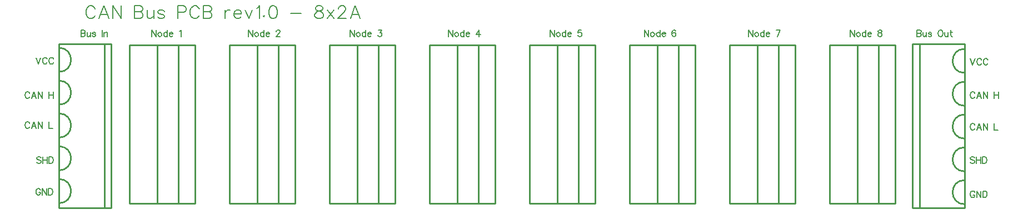
<source format=gto>
G04 Layer: TopSilkLayer*
G04 EasyEDA v6.4.25, 2021-12-12T20:56:00+02:00*
G04 4092842e100643a18230132d8ada3433,1f0f20c424864fadbde79754da5e519f,10*
G04 Gerber Generator version 0.2*
G04 Scale: 100 percent, Rotated: No, Reflected: No *
G04 Dimensions in millimeters *
G04 leading zeros omitted , absolute positions ,4 integer and 5 decimal *
%FSLAX45Y45*%
%MOMM*%

%ADD10C,0.2540*%
%ADD14C,0.2032*%

%LPD*%
D14*
X900429Y-222250D02*
G01*
X891286Y-203707D01*
X872744Y-185165D01*
X854455Y-176021D01*
X817371Y-176021D01*
X798829Y-185165D01*
X780542Y-203707D01*
X771144Y-222250D01*
X762000Y-249936D01*
X762000Y-295910D01*
X771144Y-323850D01*
X780542Y-342137D01*
X798829Y-360679D01*
X817371Y-369823D01*
X854455Y-369823D01*
X872744Y-360679D01*
X891286Y-342137D01*
X900429Y-323850D01*
X1035304Y-176021D02*
G01*
X961389Y-369823D01*
X1035304Y-176021D02*
G01*
X1109218Y-369823D01*
X989329Y-305307D02*
G01*
X1081531Y-305307D01*
X1170178Y-176021D02*
G01*
X1170178Y-369823D01*
X1170178Y-176021D02*
G01*
X1299463Y-369823D01*
X1299463Y-176021D02*
G01*
X1299463Y-369823D01*
X1502663Y-176021D02*
G01*
X1502663Y-369823D01*
X1502663Y-176021D02*
G01*
X1585976Y-176021D01*
X1613662Y-185165D01*
X1622805Y-194310D01*
X1631950Y-212852D01*
X1631950Y-231394D01*
X1622805Y-249936D01*
X1613662Y-259079D01*
X1585976Y-268223D01*
X1502663Y-268223D02*
G01*
X1585976Y-268223D01*
X1613662Y-277621D01*
X1622805Y-286765D01*
X1631950Y-305307D01*
X1631950Y-332994D01*
X1622805Y-351536D01*
X1613662Y-360679D01*
X1585976Y-369823D01*
X1502663Y-369823D01*
X1692910Y-240537D02*
G01*
X1692910Y-332994D01*
X1702307Y-360679D01*
X1720850Y-369823D01*
X1748536Y-369823D01*
X1766823Y-360679D01*
X1794510Y-332994D01*
X1794510Y-240537D02*
G01*
X1794510Y-369823D01*
X1957070Y-268223D02*
G01*
X1947925Y-249936D01*
X1920239Y-240537D01*
X1892554Y-240537D01*
X1864868Y-249936D01*
X1855470Y-268223D01*
X1864868Y-286765D01*
X1883410Y-295910D01*
X1929384Y-305307D01*
X1947925Y-314452D01*
X1957070Y-332994D01*
X1957070Y-342137D01*
X1947925Y-360679D01*
X1920239Y-369823D01*
X1892554Y-369823D01*
X1864868Y-360679D01*
X1855470Y-342137D01*
X2160270Y-176021D02*
G01*
X2160270Y-369823D01*
X2160270Y-176021D02*
G01*
X2243581Y-176021D01*
X2271268Y-185165D01*
X2280411Y-194310D01*
X2289809Y-212852D01*
X2289809Y-240537D01*
X2280411Y-259079D01*
X2271268Y-268223D01*
X2243581Y-277621D01*
X2160270Y-277621D01*
X2489200Y-222250D02*
G01*
X2480056Y-203707D01*
X2461513Y-185165D01*
X2442972Y-176021D01*
X2406141Y-176021D01*
X2387600Y-185165D01*
X2369058Y-203707D01*
X2359913Y-222250D01*
X2350770Y-249936D01*
X2350770Y-295910D01*
X2359913Y-323850D01*
X2369058Y-342137D01*
X2387600Y-360679D01*
X2406141Y-369823D01*
X2442972Y-369823D01*
X2461513Y-360679D01*
X2480056Y-342137D01*
X2489200Y-323850D01*
X2550159Y-176021D02*
G01*
X2550159Y-369823D01*
X2550159Y-176021D02*
G01*
X2633218Y-176021D01*
X2660904Y-185165D01*
X2670302Y-194310D01*
X2679445Y-212852D01*
X2679445Y-231394D01*
X2670302Y-249936D01*
X2660904Y-259079D01*
X2633218Y-268223D01*
X2550159Y-268223D02*
G01*
X2633218Y-268223D01*
X2660904Y-277621D01*
X2670302Y-286765D01*
X2679445Y-305307D01*
X2679445Y-332994D01*
X2670302Y-351536D01*
X2660904Y-360679D01*
X2633218Y-369823D01*
X2550159Y-369823D01*
X2882645Y-240537D02*
G01*
X2882645Y-369823D01*
X2882645Y-295910D02*
G01*
X2891790Y-268223D01*
X2910331Y-249936D01*
X2928874Y-240537D01*
X2956559Y-240537D01*
X3017520Y-295910D02*
G01*
X3128263Y-295910D01*
X3128263Y-277621D01*
X3119120Y-259079D01*
X3109975Y-249936D01*
X3091434Y-240537D01*
X3063747Y-240537D01*
X3045206Y-249936D01*
X3026663Y-268223D01*
X3017520Y-295910D01*
X3017520Y-314452D01*
X3026663Y-342137D01*
X3045206Y-360679D01*
X3063747Y-369823D01*
X3091434Y-369823D01*
X3109975Y-360679D01*
X3128263Y-342137D01*
X3189224Y-240537D02*
G01*
X3244850Y-369823D01*
X3300222Y-240537D02*
G01*
X3244850Y-369823D01*
X3361181Y-212852D02*
G01*
X3379470Y-203707D01*
X3407409Y-176021D01*
X3407409Y-369823D01*
X3477513Y-323850D02*
G01*
X3468370Y-332994D01*
X3477513Y-342137D01*
X3486658Y-332994D01*
X3477513Y-323850D01*
X3602990Y-176021D02*
G01*
X3575304Y-185165D01*
X3557015Y-212852D01*
X3547618Y-259079D01*
X3547618Y-286765D01*
X3557015Y-332994D01*
X3575304Y-360679D01*
X3602990Y-369823D01*
X3621531Y-369823D01*
X3649218Y-360679D01*
X3667759Y-332994D01*
X3676904Y-286765D01*
X3676904Y-259079D01*
X3667759Y-212852D01*
X3649218Y-185165D01*
X3621531Y-176021D01*
X3602990Y-176021D01*
X3880104Y-286765D02*
G01*
X4046474Y-286765D01*
X4295902Y-176021D02*
G01*
X4268215Y-185165D01*
X4258818Y-203707D01*
X4258818Y-222250D01*
X4268215Y-240537D01*
X4286504Y-249936D01*
X4323588Y-259079D01*
X4351274Y-268223D01*
X4369815Y-286765D01*
X4378959Y-305307D01*
X4378959Y-332994D01*
X4369815Y-351536D01*
X4360418Y-360679D01*
X4332731Y-369823D01*
X4295902Y-369823D01*
X4268215Y-360679D01*
X4258818Y-351536D01*
X4249674Y-332994D01*
X4249674Y-305307D01*
X4258818Y-286765D01*
X4277359Y-268223D01*
X4305045Y-259079D01*
X4342129Y-249936D01*
X4360418Y-240537D01*
X4369815Y-222250D01*
X4369815Y-203707D01*
X4360418Y-185165D01*
X4332731Y-176021D01*
X4295902Y-176021D01*
X4439920Y-240537D02*
G01*
X4541520Y-369823D01*
X4541520Y-240537D02*
G01*
X4439920Y-369823D01*
X4611624Y-222250D02*
G01*
X4611624Y-212852D01*
X4621022Y-194310D01*
X4630165Y-185165D01*
X4648708Y-176021D01*
X4685538Y-176021D01*
X4704079Y-185165D01*
X4713224Y-194310D01*
X4722622Y-212852D01*
X4722622Y-231394D01*
X4713224Y-249936D01*
X4694936Y-277621D01*
X4602479Y-369823D01*
X4731765Y-369823D01*
X4866640Y-176021D02*
G01*
X4792725Y-369823D01*
X4866640Y-176021D02*
G01*
X4940554Y-369823D01*
X4820411Y-305307D02*
G01*
X4912868Y-305307D01*
X10858500Y-546862D02*
G01*
X10858500Y-642365D01*
X10858500Y-546862D02*
G01*
X10922254Y-642365D01*
X10922254Y-546862D02*
G01*
X10922254Y-642365D01*
X10974831Y-578612D02*
G01*
X10965688Y-583184D01*
X10956797Y-592328D01*
X10952225Y-605789D01*
X10952225Y-614934D01*
X10956797Y-628650D01*
X10965688Y-637794D01*
X10974831Y-642365D01*
X10988547Y-642365D01*
X10997691Y-637794D01*
X11006581Y-628650D01*
X11011154Y-614934D01*
X11011154Y-605789D01*
X11006581Y-592328D01*
X10997691Y-583184D01*
X10988547Y-578612D01*
X10974831Y-578612D01*
X11095736Y-546862D02*
G01*
X11095736Y-642365D01*
X11095736Y-592328D02*
G01*
X11086591Y-583184D01*
X11077702Y-578612D01*
X11063986Y-578612D01*
X11054841Y-583184D01*
X11045697Y-592328D01*
X11041125Y-605789D01*
X11041125Y-614934D01*
X11045697Y-628650D01*
X11054841Y-637794D01*
X11063986Y-642365D01*
X11077702Y-642365D01*
X11086591Y-637794D01*
X11095736Y-628650D01*
X11125708Y-605789D02*
G01*
X11180318Y-605789D01*
X11180318Y-596900D01*
X11175745Y-587755D01*
X11171174Y-583184D01*
X11162029Y-578612D01*
X11148568Y-578612D01*
X11139424Y-583184D01*
X11130279Y-592328D01*
X11125708Y-605789D01*
X11125708Y-614934D01*
X11130279Y-628650D01*
X11139424Y-637794D01*
X11148568Y-642365D01*
X11162029Y-642365D01*
X11171174Y-637794D01*
X11180318Y-628650D01*
X11343893Y-546862D02*
G01*
X11298427Y-642365D01*
X11280393Y-546862D02*
G01*
X11343893Y-546862D01*
X9271000Y-546862D02*
G01*
X9271000Y-642365D01*
X9271000Y-546862D02*
G01*
X9334754Y-642365D01*
X9334754Y-546862D02*
G01*
X9334754Y-642365D01*
X9387331Y-578612D02*
G01*
X9378188Y-583184D01*
X9369297Y-592328D01*
X9364725Y-605789D01*
X9364725Y-614934D01*
X9369297Y-628650D01*
X9378188Y-637794D01*
X9387331Y-642365D01*
X9401047Y-642365D01*
X9410191Y-637794D01*
X9419081Y-628650D01*
X9423654Y-614934D01*
X9423654Y-605789D01*
X9419081Y-592328D01*
X9410191Y-583184D01*
X9401047Y-578612D01*
X9387331Y-578612D01*
X9508236Y-546862D02*
G01*
X9508236Y-642365D01*
X9508236Y-592328D02*
G01*
X9499091Y-583184D01*
X9490202Y-578612D01*
X9476486Y-578612D01*
X9467341Y-583184D01*
X9458197Y-592328D01*
X9453625Y-605789D01*
X9453625Y-614934D01*
X9458197Y-628650D01*
X9467341Y-637794D01*
X9476486Y-642365D01*
X9490202Y-642365D01*
X9499091Y-637794D01*
X9508236Y-628650D01*
X9538208Y-605789D02*
G01*
X9592818Y-605789D01*
X9592818Y-596900D01*
X9588245Y-587755D01*
X9583674Y-583184D01*
X9574529Y-578612D01*
X9561068Y-578612D01*
X9551924Y-583184D01*
X9542779Y-592328D01*
X9538208Y-605789D01*
X9538208Y-614934D01*
X9542779Y-628650D01*
X9551924Y-637794D01*
X9561068Y-642365D01*
X9574529Y-642365D01*
X9583674Y-637794D01*
X9592818Y-628650D01*
X9747250Y-560323D02*
G01*
X9742931Y-551434D01*
X9729215Y-546862D01*
X9720072Y-546862D01*
X9706356Y-551434D01*
X9697465Y-564895D01*
X9692893Y-587755D01*
X9692893Y-610362D01*
X9697465Y-628650D01*
X9706356Y-637794D01*
X9720072Y-642365D01*
X9724643Y-642365D01*
X9738359Y-637794D01*
X9747250Y-628650D01*
X9751822Y-614934D01*
X9751822Y-610362D01*
X9747250Y-596900D01*
X9738359Y-587755D01*
X9724643Y-583184D01*
X9720072Y-583184D01*
X9706356Y-587755D01*
X9697465Y-596900D01*
X9692893Y-610362D01*
X7835900Y-546862D02*
G01*
X7835900Y-642365D01*
X7835900Y-546862D02*
G01*
X7899654Y-642365D01*
X7899654Y-546862D02*
G01*
X7899654Y-642365D01*
X7952231Y-578612D02*
G01*
X7943088Y-583184D01*
X7934197Y-592328D01*
X7929625Y-605789D01*
X7929625Y-614934D01*
X7934197Y-628650D01*
X7943088Y-637794D01*
X7952231Y-642365D01*
X7965947Y-642365D01*
X7975091Y-637794D01*
X7983981Y-628650D01*
X7988554Y-614934D01*
X7988554Y-605789D01*
X7983981Y-592328D01*
X7975091Y-583184D01*
X7965947Y-578612D01*
X7952231Y-578612D01*
X8073136Y-546862D02*
G01*
X8073136Y-642365D01*
X8073136Y-592328D02*
G01*
X8063991Y-583184D01*
X8055102Y-578612D01*
X8041386Y-578612D01*
X8032241Y-583184D01*
X8023097Y-592328D01*
X8018525Y-605789D01*
X8018525Y-614934D01*
X8023097Y-628650D01*
X8032241Y-637794D01*
X8041386Y-642365D01*
X8055102Y-642365D01*
X8063991Y-637794D01*
X8073136Y-628650D01*
X8103108Y-605789D02*
G01*
X8157718Y-605789D01*
X8157718Y-596900D01*
X8153145Y-587755D01*
X8148574Y-583184D01*
X8139429Y-578612D01*
X8125968Y-578612D01*
X8116824Y-583184D01*
X8107679Y-592328D01*
X8103108Y-605789D01*
X8103108Y-614934D01*
X8107679Y-628650D01*
X8116824Y-637794D01*
X8125968Y-642365D01*
X8139429Y-642365D01*
X8148574Y-637794D01*
X8157718Y-628650D01*
X8312150Y-546862D02*
G01*
X8266684Y-546862D01*
X8262365Y-587755D01*
X8266684Y-583184D01*
X8280400Y-578612D01*
X8294115Y-578612D01*
X8307831Y-583184D01*
X8316722Y-592328D01*
X8321293Y-605789D01*
X8321293Y-614934D01*
X8316722Y-628650D01*
X8307831Y-637794D01*
X8294115Y-642365D01*
X8280400Y-642365D01*
X8266684Y-637794D01*
X8262365Y-633221D01*
X8257793Y-624078D01*
X6286500Y-546862D02*
G01*
X6286500Y-642365D01*
X6286500Y-546862D02*
G01*
X6350254Y-642365D01*
X6350254Y-546862D02*
G01*
X6350254Y-642365D01*
X6402831Y-578612D02*
G01*
X6393688Y-583184D01*
X6384797Y-592328D01*
X6380225Y-605789D01*
X6380225Y-614934D01*
X6384797Y-628650D01*
X6393688Y-637794D01*
X6402831Y-642365D01*
X6416547Y-642365D01*
X6425691Y-637794D01*
X6434581Y-628650D01*
X6439154Y-614934D01*
X6439154Y-605789D01*
X6434581Y-592328D01*
X6425691Y-583184D01*
X6416547Y-578612D01*
X6402831Y-578612D01*
X6523736Y-546862D02*
G01*
X6523736Y-642365D01*
X6523736Y-592328D02*
G01*
X6514591Y-583184D01*
X6505702Y-578612D01*
X6491986Y-578612D01*
X6482841Y-583184D01*
X6473697Y-592328D01*
X6469125Y-605789D01*
X6469125Y-614934D01*
X6473697Y-628650D01*
X6482841Y-637794D01*
X6491986Y-642365D01*
X6505702Y-642365D01*
X6514591Y-637794D01*
X6523736Y-628650D01*
X6553708Y-605789D02*
G01*
X6608318Y-605789D01*
X6608318Y-596900D01*
X6603745Y-587755D01*
X6599174Y-583184D01*
X6590029Y-578612D01*
X6576568Y-578612D01*
X6567424Y-583184D01*
X6558279Y-592328D01*
X6553708Y-605789D01*
X6553708Y-614934D01*
X6558279Y-628650D01*
X6567424Y-637794D01*
X6576568Y-642365D01*
X6590029Y-642365D01*
X6599174Y-637794D01*
X6608318Y-628650D01*
X6753859Y-546862D02*
G01*
X6708393Y-610362D01*
X6776465Y-610362D01*
X6753859Y-546862D02*
G01*
X6753859Y-642365D01*
X4787900Y-546862D02*
G01*
X4787900Y-642365D01*
X4787900Y-546862D02*
G01*
X4851654Y-642365D01*
X4851654Y-546862D02*
G01*
X4851654Y-642365D01*
X4904231Y-578612D02*
G01*
X4895088Y-583184D01*
X4886197Y-592328D01*
X4881625Y-605789D01*
X4881625Y-614934D01*
X4886197Y-628650D01*
X4895088Y-637794D01*
X4904231Y-642365D01*
X4917947Y-642365D01*
X4927091Y-637794D01*
X4935981Y-628650D01*
X4940554Y-614934D01*
X4940554Y-605789D01*
X4935981Y-592328D01*
X4927091Y-583184D01*
X4917947Y-578612D01*
X4904231Y-578612D01*
X5025136Y-546862D02*
G01*
X5025136Y-642365D01*
X5025136Y-592328D02*
G01*
X5015991Y-583184D01*
X5007102Y-578612D01*
X4993386Y-578612D01*
X4984241Y-583184D01*
X4975097Y-592328D01*
X4970525Y-605789D01*
X4970525Y-614934D01*
X4975097Y-628650D01*
X4984241Y-637794D01*
X4993386Y-642365D01*
X5007102Y-642365D01*
X5015991Y-637794D01*
X5025136Y-628650D01*
X5055108Y-605789D02*
G01*
X5109718Y-605789D01*
X5109718Y-596900D01*
X5105145Y-587755D01*
X5100574Y-583184D01*
X5091429Y-578612D01*
X5077968Y-578612D01*
X5068824Y-583184D01*
X5059679Y-592328D01*
X5055108Y-605789D01*
X5055108Y-614934D01*
X5059679Y-628650D01*
X5068824Y-637794D01*
X5077968Y-642365D01*
X5091429Y-642365D01*
X5100574Y-637794D01*
X5109718Y-628650D01*
X5218684Y-546862D02*
G01*
X5268722Y-546862D01*
X5241543Y-583184D01*
X5255259Y-583184D01*
X5264150Y-587755D01*
X5268722Y-592328D01*
X5273293Y-605789D01*
X5273293Y-614934D01*
X5268722Y-628650D01*
X5259831Y-637794D01*
X5246115Y-642365D01*
X5232400Y-642365D01*
X5218684Y-637794D01*
X5214365Y-633221D01*
X5209793Y-624078D01*
X3238500Y-546862D02*
G01*
X3238500Y-642365D01*
X3238500Y-546862D02*
G01*
X3302254Y-642365D01*
X3302254Y-546862D02*
G01*
X3302254Y-642365D01*
X3354831Y-578612D02*
G01*
X3345688Y-583184D01*
X3336797Y-592328D01*
X3332225Y-605789D01*
X3332225Y-614934D01*
X3336797Y-628650D01*
X3345688Y-637794D01*
X3354831Y-642365D01*
X3368547Y-642365D01*
X3377691Y-637794D01*
X3386581Y-628650D01*
X3391154Y-614934D01*
X3391154Y-605789D01*
X3386581Y-592328D01*
X3377691Y-583184D01*
X3368547Y-578612D01*
X3354831Y-578612D01*
X3475736Y-546862D02*
G01*
X3475736Y-642365D01*
X3475736Y-592328D02*
G01*
X3466591Y-583184D01*
X3457702Y-578612D01*
X3443986Y-578612D01*
X3434841Y-583184D01*
X3425697Y-592328D01*
X3421125Y-605789D01*
X3421125Y-614934D01*
X3425697Y-628650D01*
X3434841Y-637794D01*
X3443986Y-642365D01*
X3457702Y-642365D01*
X3466591Y-637794D01*
X3475736Y-628650D01*
X3505708Y-605789D02*
G01*
X3560318Y-605789D01*
X3560318Y-596900D01*
X3555745Y-587755D01*
X3551174Y-583184D01*
X3542029Y-578612D01*
X3528568Y-578612D01*
X3519424Y-583184D01*
X3510279Y-592328D01*
X3505708Y-605789D01*
X3505708Y-614934D01*
X3510279Y-628650D01*
X3519424Y-637794D01*
X3528568Y-642365D01*
X3542029Y-642365D01*
X3551174Y-637794D01*
X3560318Y-628650D01*
X3664965Y-569468D02*
G01*
X3664965Y-564895D01*
X3669284Y-556005D01*
X3673856Y-551434D01*
X3683000Y-546862D01*
X3701288Y-546862D01*
X3710431Y-551434D01*
X3714750Y-556005D01*
X3719322Y-564895D01*
X3719322Y-574039D01*
X3714750Y-583184D01*
X3705859Y-596900D01*
X3660393Y-642365D01*
X3723893Y-642365D01*
X1765300Y-546862D02*
G01*
X1765300Y-642365D01*
X1765300Y-546862D02*
G01*
X1829054Y-642365D01*
X1829054Y-546862D02*
G01*
X1829054Y-642365D01*
X1881631Y-578612D02*
G01*
X1872487Y-583184D01*
X1863597Y-592328D01*
X1859026Y-605789D01*
X1859026Y-614934D01*
X1863597Y-628650D01*
X1872487Y-637794D01*
X1881631Y-642365D01*
X1895347Y-642365D01*
X1904492Y-637794D01*
X1913381Y-628650D01*
X1917954Y-614934D01*
X1917954Y-605789D01*
X1913381Y-592328D01*
X1904492Y-583184D01*
X1895347Y-578612D01*
X1881631Y-578612D01*
X2002536Y-546862D02*
G01*
X2002536Y-642365D01*
X2002536Y-592328D02*
G01*
X1993391Y-583184D01*
X1984502Y-578612D01*
X1970786Y-578612D01*
X1961641Y-583184D01*
X1952497Y-592328D01*
X1947925Y-605789D01*
X1947925Y-614934D01*
X1952497Y-628650D01*
X1961641Y-637794D01*
X1970786Y-642365D01*
X1984502Y-642365D01*
X1993391Y-637794D01*
X2002536Y-628650D01*
X2032508Y-605789D02*
G01*
X2087118Y-605789D01*
X2087118Y-596900D01*
X2082545Y-587755D01*
X2077974Y-583184D01*
X2068829Y-578612D01*
X2055368Y-578612D01*
X2046224Y-583184D01*
X2037079Y-592328D01*
X2032508Y-605789D01*
X2032508Y-614934D01*
X2037079Y-628650D01*
X2046224Y-637794D01*
X2055368Y-642365D01*
X2068829Y-642365D01*
X2077974Y-637794D01*
X2087118Y-628650D01*
X2187193Y-564895D02*
G01*
X2196084Y-560323D01*
X2209800Y-546862D01*
X2209800Y-642365D01*
X685800Y-546862D02*
G01*
X685800Y-642365D01*
X685800Y-546862D02*
G01*
X726694Y-546862D01*
X740410Y-551434D01*
X744981Y-556005D01*
X749554Y-564895D01*
X749554Y-574039D01*
X744981Y-583184D01*
X740410Y-587755D01*
X726694Y-592328D01*
X685800Y-592328D02*
G01*
X726694Y-592328D01*
X740410Y-596900D01*
X744981Y-601218D01*
X749554Y-610362D01*
X749554Y-624078D01*
X744981Y-633221D01*
X740410Y-637794D01*
X726694Y-642365D01*
X685800Y-642365D01*
X779526Y-578612D02*
G01*
X779526Y-624078D01*
X784097Y-637794D01*
X792987Y-642365D01*
X806704Y-642365D01*
X815847Y-637794D01*
X829310Y-624078D01*
X829310Y-578612D02*
G01*
X829310Y-642365D01*
X909320Y-592328D02*
G01*
X905002Y-583184D01*
X891286Y-578612D01*
X877570Y-578612D01*
X864107Y-583184D01*
X859536Y-592328D01*
X864107Y-601218D01*
X872997Y-605789D01*
X895857Y-610362D01*
X905002Y-614934D01*
X909320Y-624078D01*
X909320Y-628650D01*
X905002Y-637794D01*
X891286Y-642365D01*
X877570Y-642365D01*
X864107Y-637794D01*
X859536Y-628650D01*
X1009395Y-546862D02*
G01*
X1009395Y-642365D01*
X1039368Y-578612D02*
G01*
X1039368Y-642365D01*
X1039368Y-596900D02*
G01*
X1053084Y-583184D01*
X1062228Y-578612D01*
X1075689Y-578612D01*
X1084834Y-583184D01*
X1089405Y-596900D01*
X1089405Y-642365D01*
X68071Y-2982468D02*
G01*
X63754Y-2973323D01*
X54610Y-2964434D01*
X45465Y-2959862D01*
X27178Y-2959862D01*
X18287Y-2964434D01*
X9144Y-2973323D01*
X4571Y-2982468D01*
X0Y-2996184D01*
X0Y-3018789D01*
X4571Y-3032505D01*
X9144Y-3041650D01*
X18287Y-3050794D01*
X27178Y-3055365D01*
X45465Y-3055365D01*
X54610Y-3050794D01*
X63754Y-3041650D01*
X68071Y-3032505D01*
X68071Y-3018789D01*
X45465Y-3018789D02*
G01*
X68071Y-3018789D01*
X98297Y-2959862D02*
G01*
X98297Y-3055365D01*
X98297Y-2959862D02*
G01*
X161797Y-3055365D01*
X161797Y-2959862D02*
G01*
X161797Y-3055365D01*
X191770Y-2959862D02*
G01*
X191770Y-3055365D01*
X191770Y-2959862D02*
G01*
X223520Y-2959862D01*
X237236Y-2964434D01*
X246379Y-2973323D01*
X250952Y-2982468D01*
X255523Y-2996184D01*
X255523Y-3018789D01*
X250952Y-3032505D01*
X246379Y-3041650D01*
X237236Y-3050794D01*
X223520Y-3055365D01*
X191770Y-3055365D01*
X76454Y-2490723D02*
G01*
X67310Y-2481834D01*
X53594Y-2477262D01*
X35305Y-2477262D01*
X21844Y-2481834D01*
X12700Y-2490723D01*
X12700Y-2499868D01*
X17271Y-2509012D01*
X21844Y-2513584D01*
X30987Y-2518155D01*
X58165Y-2527300D01*
X67310Y-2531618D01*
X71881Y-2536189D01*
X76454Y-2545334D01*
X76454Y-2559050D01*
X67310Y-2568194D01*
X53594Y-2572765D01*
X35305Y-2572765D01*
X21844Y-2568194D01*
X12700Y-2559050D01*
X106426Y-2477262D02*
G01*
X106426Y-2572765D01*
X169926Y-2477262D02*
G01*
X169926Y-2572765D01*
X106426Y-2522728D02*
G01*
X169926Y-2522728D01*
X199897Y-2477262D02*
G01*
X199897Y-2572765D01*
X199897Y-2477262D02*
G01*
X231902Y-2477262D01*
X245363Y-2481834D01*
X254507Y-2490723D01*
X259079Y-2499868D01*
X263652Y-2513584D01*
X263652Y-2536189D01*
X259079Y-2549905D01*
X254507Y-2559050D01*
X245363Y-2568194D01*
X231902Y-2572765D01*
X199897Y-2572765D01*
X-97028Y-1966468D02*
G01*
X-101345Y-1957323D01*
X-110489Y-1948434D01*
X-119634Y-1943862D01*
X-137921Y-1943862D01*
X-146812Y-1948434D01*
X-155955Y-1957323D01*
X-160528Y-1966468D01*
X-165100Y-1980184D01*
X-165100Y-2002789D01*
X-160528Y-2016505D01*
X-155955Y-2025650D01*
X-146812Y-2034794D01*
X-137921Y-2039365D01*
X-119634Y-2039365D01*
X-110489Y-2034794D01*
X-101345Y-2025650D01*
X-97028Y-2016505D01*
X-30479Y-1943862D02*
G01*
X-66802Y-2039365D01*
X-30479Y-1943862D02*
G01*
X5842Y-2039365D01*
X-53339Y-2007362D02*
G01*
X-7873Y-2007362D01*
X35813Y-1943862D02*
G01*
X35813Y-2039365D01*
X35813Y-1943862D02*
G01*
X99568Y-2039365D01*
X99568Y-1943862D02*
G01*
X99568Y-2039365D01*
X199389Y-1943862D02*
G01*
X199389Y-2039365D01*
X199389Y-2039365D02*
G01*
X254000Y-2039365D01*
X-97028Y-1509268D02*
G01*
X-101345Y-1500123D01*
X-110489Y-1491234D01*
X-119634Y-1486662D01*
X-137921Y-1486662D01*
X-146812Y-1491234D01*
X-155955Y-1500123D01*
X-160528Y-1509268D01*
X-165100Y-1522984D01*
X-165100Y-1545589D01*
X-160528Y-1559305D01*
X-155955Y-1568450D01*
X-146812Y-1577594D01*
X-137921Y-1582165D01*
X-119634Y-1582165D01*
X-110489Y-1577594D01*
X-101345Y-1568450D01*
X-97028Y-1559305D01*
X-30479Y-1486662D02*
G01*
X-66802Y-1582165D01*
X-30479Y-1486662D02*
G01*
X5842Y-1582165D01*
X-53339Y-1550162D02*
G01*
X-7873Y-1550162D01*
X35813Y-1486662D02*
G01*
X35813Y-1582165D01*
X35813Y-1486662D02*
G01*
X99568Y-1582165D01*
X99568Y-1486662D02*
G01*
X99568Y-1582165D01*
X199389Y-1486662D02*
G01*
X199389Y-1582165D01*
X263144Y-1486662D02*
G01*
X263144Y-1582165D01*
X199389Y-1532128D02*
G01*
X263144Y-1532128D01*
X0Y-965962D02*
G01*
X36321Y-1061465D01*
X72644Y-965962D02*
G01*
X36321Y-1061465D01*
X170942Y-988568D02*
G01*
X166370Y-979423D01*
X157226Y-970534D01*
X148081Y-965962D01*
X130047Y-965962D01*
X120904Y-970534D01*
X111760Y-979423D01*
X107187Y-988568D01*
X102615Y-1002284D01*
X102615Y-1024889D01*
X107187Y-1038605D01*
X111760Y-1047750D01*
X120904Y-1056894D01*
X130047Y-1061465D01*
X148081Y-1061465D01*
X157226Y-1056894D01*
X166370Y-1047750D01*
X170942Y-1038605D01*
X268986Y-988568D02*
G01*
X264668Y-979423D01*
X255523Y-970534D01*
X246379Y-965962D01*
X228092Y-965962D01*
X219202Y-970534D01*
X210057Y-979423D01*
X205486Y-988568D01*
X200913Y-1002284D01*
X200913Y-1024889D01*
X205486Y-1038605D01*
X210057Y-1047750D01*
X219202Y-1056894D01*
X228092Y-1061465D01*
X246379Y-1061465D01*
X255523Y-1056894D01*
X264668Y-1047750D01*
X268986Y-1038605D01*
X13423900Y-546862D02*
G01*
X13423900Y-642365D01*
X13423900Y-546862D02*
G01*
X13464793Y-546862D01*
X13478509Y-551434D01*
X13483081Y-556005D01*
X13487654Y-564895D01*
X13487654Y-574039D01*
X13483081Y-583184D01*
X13478509Y-587755D01*
X13464793Y-592328D01*
X13423900Y-592328D02*
G01*
X13464793Y-592328D01*
X13478509Y-596900D01*
X13483081Y-601218D01*
X13487654Y-610362D01*
X13487654Y-624078D01*
X13483081Y-633221D01*
X13478509Y-637794D01*
X13464793Y-642365D01*
X13423900Y-642365D01*
X13517625Y-578612D02*
G01*
X13517625Y-624078D01*
X13522197Y-637794D01*
X13531088Y-642365D01*
X13544804Y-642365D01*
X13553947Y-637794D01*
X13567409Y-624078D01*
X13567409Y-578612D02*
G01*
X13567409Y-642365D01*
X13647420Y-592328D02*
G01*
X13643102Y-583184D01*
X13629386Y-578612D01*
X13615670Y-578612D01*
X13602208Y-583184D01*
X13597636Y-592328D01*
X13602208Y-601218D01*
X13611097Y-605789D01*
X13633958Y-610362D01*
X13643102Y-614934D01*
X13647420Y-624078D01*
X13647420Y-628650D01*
X13643102Y-637794D01*
X13629386Y-642365D01*
X13615670Y-642365D01*
X13602208Y-637794D01*
X13597636Y-628650D01*
X13774927Y-546862D02*
G01*
X13765784Y-551434D01*
X13756640Y-560323D01*
X13752068Y-569468D01*
X13747495Y-583184D01*
X13747495Y-605789D01*
X13752068Y-619505D01*
X13756640Y-628650D01*
X13765784Y-637794D01*
X13774927Y-642365D01*
X13792961Y-642365D01*
X13802106Y-637794D01*
X13811250Y-628650D01*
X13815822Y-619505D01*
X13820140Y-605789D01*
X13820140Y-583184D01*
X13815822Y-569468D01*
X13811250Y-560323D01*
X13802106Y-551434D01*
X13792961Y-546862D01*
X13774927Y-546862D01*
X13850366Y-578612D02*
G01*
X13850366Y-624078D01*
X13854684Y-637794D01*
X13863827Y-642365D01*
X13877543Y-642365D01*
X13886688Y-637794D01*
X13900150Y-624078D01*
X13900150Y-578612D02*
G01*
X13900150Y-642365D01*
X13943838Y-546862D02*
G01*
X13943838Y-624078D01*
X13948409Y-637794D01*
X13957554Y-642365D01*
X13966697Y-642365D01*
X13930375Y-578612D02*
G01*
X13962125Y-578612D01*
X12407900Y-546862D02*
G01*
X12407900Y-642365D01*
X12407900Y-546862D02*
G01*
X12471654Y-642365D01*
X12471654Y-546862D02*
G01*
X12471654Y-642365D01*
X12524231Y-578612D02*
G01*
X12515088Y-583184D01*
X12506197Y-592328D01*
X12501625Y-605789D01*
X12501625Y-614934D01*
X12506197Y-628650D01*
X12515088Y-637794D01*
X12524231Y-642365D01*
X12537947Y-642365D01*
X12547091Y-637794D01*
X12555981Y-628650D01*
X12560554Y-614934D01*
X12560554Y-605789D01*
X12555981Y-592328D01*
X12547091Y-583184D01*
X12537947Y-578612D01*
X12524231Y-578612D01*
X12645136Y-546862D02*
G01*
X12645136Y-642365D01*
X12645136Y-592328D02*
G01*
X12635991Y-583184D01*
X12627102Y-578612D01*
X12613386Y-578612D01*
X12604241Y-583184D01*
X12595097Y-592328D01*
X12590525Y-605789D01*
X12590525Y-614934D01*
X12595097Y-628650D01*
X12604241Y-637794D01*
X12613386Y-642365D01*
X12627102Y-642365D01*
X12635991Y-637794D01*
X12645136Y-628650D01*
X12675108Y-605789D02*
G01*
X12729718Y-605789D01*
X12729718Y-596900D01*
X12725145Y-587755D01*
X12720574Y-583184D01*
X12711429Y-578612D01*
X12697968Y-578612D01*
X12688824Y-583184D01*
X12679679Y-592328D01*
X12675108Y-605789D01*
X12675108Y-614934D01*
X12679679Y-628650D01*
X12688824Y-637794D01*
X12697968Y-642365D01*
X12711429Y-642365D01*
X12720574Y-637794D01*
X12729718Y-628650D01*
X12852400Y-546862D02*
G01*
X12838684Y-551434D01*
X12834365Y-560323D01*
X12834365Y-569468D01*
X12838684Y-578612D01*
X12847827Y-583184D01*
X12866115Y-587755D01*
X12879831Y-592328D01*
X12888722Y-601218D01*
X12893293Y-610362D01*
X12893293Y-624078D01*
X12888722Y-633221D01*
X12884150Y-637794D01*
X12870688Y-642365D01*
X12852400Y-642365D01*
X12838684Y-637794D01*
X12834365Y-633221D01*
X12829793Y-624078D01*
X12829793Y-610362D01*
X12834365Y-601218D01*
X12843256Y-592328D01*
X12856972Y-587755D01*
X12875259Y-583184D01*
X12884150Y-578612D01*
X12888722Y-569468D01*
X12888722Y-560323D01*
X12884150Y-551434D01*
X12870688Y-546862D01*
X12852400Y-546862D01*
X14236700Y-978662D02*
G01*
X14273022Y-1074165D01*
X14309343Y-978662D02*
G01*
X14273022Y-1074165D01*
X14407641Y-1001268D02*
G01*
X14403070Y-992123D01*
X14393925Y-983234D01*
X14384781Y-978662D01*
X14366747Y-978662D01*
X14357604Y-983234D01*
X14348459Y-992123D01*
X14343888Y-1001268D01*
X14339316Y-1014984D01*
X14339316Y-1037589D01*
X14343888Y-1051305D01*
X14348459Y-1060450D01*
X14357604Y-1069594D01*
X14366747Y-1074165D01*
X14384781Y-1074165D01*
X14393925Y-1069594D01*
X14403070Y-1060450D01*
X14407641Y-1051305D01*
X14505686Y-1001268D02*
G01*
X14501368Y-992123D01*
X14492224Y-983234D01*
X14483079Y-978662D01*
X14464791Y-978662D01*
X14455902Y-983234D01*
X14446758Y-992123D01*
X14442186Y-1001268D01*
X14437613Y-1014984D01*
X14437613Y-1037589D01*
X14442186Y-1051305D01*
X14446758Y-1060450D01*
X14455902Y-1069594D01*
X14464791Y-1074165D01*
X14483079Y-1074165D01*
X14492224Y-1069594D01*
X14501368Y-1060450D01*
X14505686Y-1051305D01*
X14304772Y-1509268D02*
G01*
X14300454Y-1500123D01*
X14291309Y-1491234D01*
X14282166Y-1486662D01*
X14263877Y-1486662D01*
X14254988Y-1491234D01*
X14245843Y-1500123D01*
X14241272Y-1509268D01*
X14236700Y-1522984D01*
X14236700Y-1545589D01*
X14241272Y-1559305D01*
X14245843Y-1568450D01*
X14254988Y-1577594D01*
X14263877Y-1582165D01*
X14282166Y-1582165D01*
X14291309Y-1577594D01*
X14300454Y-1568450D01*
X14304772Y-1559305D01*
X14371320Y-1486662D02*
G01*
X14334997Y-1582165D01*
X14371320Y-1486662D02*
G01*
X14407641Y-1582165D01*
X14348459Y-1550162D02*
G01*
X14393925Y-1550162D01*
X14437613Y-1486662D02*
G01*
X14437613Y-1582165D01*
X14437613Y-1486662D02*
G01*
X14501368Y-1582165D01*
X14501368Y-1486662D02*
G01*
X14501368Y-1582165D01*
X14601190Y-1486662D02*
G01*
X14601190Y-1582165D01*
X14664943Y-1486662D02*
G01*
X14664943Y-1582165D01*
X14601190Y-1532128D02*
G01*
X14664943Y-1532128D01*
X14304772Y-1991868D02*
G01*
X14300454Y-1982723D01*
X14291309Y-1973834D01*
X14282166Y-1969262D01*
X14263877Y-1969262D01*
X14254988Y-1973834D01*
X14245843Y-1982723D01*
X14241272Y-1991868D01*
X14236700Y-2005584D01*
X14236700Y-2028189D01*
X14241272Y-2041905D01*
X14245843Y-2051050D01*
X14254988Y-2060194D01*
X14263877Y-2064765D01*
X14282166Y-2064765D01*
X14291309Y-2060194D01*
X14300454Y-2051050D01*
X14304772Y-2041905D01*
X14371320Y-1969262D02*
G01*
X14334997Y-2064765D01*
X14371320Y-1969262D02*
G01*
X14407641Y-2064765D01*
X14348459Y-2032762D02*
G01*
X14393925Y-2032762D01*
X14437613Y-1969262D02*
G01*
X14437613Y-2064765D01*
X14437613Y-1969262D02*
G01*
X14501368Y-2064765D01*
X14501368Y-1969262D02*
G01*
X14501368Y-2064765D01*
X14601190Y-1969262D02*
G01*
X14601190Y-2064765D01*
X14601190Y-2064765D02*
G01*
X14655800Y-2064765D01*
X14300454Y-2490723D02*
G01*
X14291309Y-2481834D01*
X14277593Y-2477262D01*
X14259306Y-2477262D01*
X14245843Y-2481834D01*
X14236700Y-2490723D01*
X14236700Y-2499868D01*
X14241272Y-2509012D01*
X14245843Y-2513584D01*
X14254988Y-2518155D01*
X14282166Y-2527300D01*
X14291309Y-2531618D01*
X14295881Y-2536189D01*
X14300454Y-2545334D01*
X14300454Y-2559050D01*
X14291309Y-2568194D01*
X14277593Y-2572765D01*
X14259306Y-2572765D01*
X14245843Y-2568194D01*
X14236700Y-2559050D01*
X14330425Y-2477262D02*
G01*
X14330425Y-2572765D01*
X14393925Y-2477262D02*
G01*
X14393925Y-2572765D01*
X14330425Y-2522728D02*
G01*
X14393925Y-2522728D01*
X14423897Y-2477262D02*
G01*
X14423897Y-2572765D01*
X14423897Y-2477262D02*
G01*
X14455902Y-2477262D01*
X14469363Y-2481834D01*
X14478508Y-2490723D01*
X14483079Y-2499868D01*
X14487652Y-2513584D01*
X14487652Y-2536189D01*
X14483079Y-2549905D01*
X14478508Y-2559050D01*
X14469363Y-2568194D01*
X14455902Y-2572765D01*
X14423897Y-2572765D01*
X14304772Y-3020568D02*
G01*
X14300454Y-3011423D01*
X14291309Y-3002534D01*
X14282166Y-2997962D01*
X14263877Y-2997962D01*
X14254988Y-3002534D01*
X14245843Y-3011423D01*
X14241272Y-3020568D01*
X14236700Y-3034284D01*
X14236700Y-3056889D01*
X14241272Y-3070605D01*
X14245843Y-3079750D01*
X14254988Y-3088894D01*
X14263877Y-3093465D01*
X14282166Y-3093465D01*
X14291309Y-3088894D01*
X14300454Y-3079750D01*
X14304772Y-3070605D01*
X14304772Y-3056889D01*
X14282166Y-3056889D02*
G01*
X14304772Y-3056889D01*
X14334997Y-2997962D02*
G01*
X14334997Y-3093465D01*
X14334997Y-2997962D02*
G01*
X14398497Y-3093465D01*
X14398497Y-2997962D02*
G01*
X14398497Y-3093465D01*
X14428470Y-2997962D02*
G01*
X14428470Y-3093465D01*
X14428470Y-2997962D02*
G01*
X14460220Y-2997962D01*
X14473936Y-3002534D01*
X14483079Y-3011423D01*
X14487652Y-3020568D01*
X14492224Y-3034284D01*
X14492224Y-3056889D01*
X14487652Y-3070605D01*
X14483079Y-3079750D01*
X14473936Y-3088894D01*
X14460220Y-3093465D01*
X14428470Y-3093465D01*
D10*
X1423901Y-3186600D02*
G01*
X2423901Y-3186600D01*
X1852853Y-776599D02*
G01*
X1852853Y-3186600D01*
X2167638Y-776599D02*
G01*
X2167638Y-3186600D01*
X2423901Y-776599D02*
G01*
X2423901Y-3186600D01*
X1423901Y-776597D02*
G01*
X2423901Y-776597D01*
X1423901Y-776599D02*
G01*
X1423901Y-3186600D01*
X2947901Y-3186600D02*
G01*
X3947901Y-3186600D01*
X3376853Y-776599D02*
G01*
X3376853Y-3186600D01*
X3691638Y-776599D02*
G01*
X3691638Y-3186600D01*
X3947901Y-776599D02*
G01*
X3947901Y-3186600D01*
X2947901Y-776597D02*
G01*
X3947901Y-776597D01*
X2947901Y-776599D02*
G01*
X2947901Y-3186600D01*
X4471901Y-3186600D02*
G01*
X5471901Y-3186600D01*
X4900853Y-776599D02*
G01*
X4900853Y-3186600D01*
X5215638Y-776599D02*
G01*
X5215638Y-3186600D01*
X5471901Y-776599D02*
G01*
X5471901Y-3186600D01*
X4471901Y-776597D02*
G01*
X5471901Y-776597D01*
X4471901Y-776599D02*
G01*
X4471901Y-3186600D01*
X5995901Y-3186600D02*
G01*
X6995901Y-3186600D01*
X6424853Y-776599D02*
G01*
X6424853Y-3186600D01*
X6739638Y-776599D02*
G01*
X6739638Y-3186600D01*
X6995901Y-776599D02*
G01*
X6995901Y-3186600D01*
X5995901Y-776597D02*
G01*
X6995901Y-776597D01*
X5995901Y-776599D02*
G01*
X5995901Y-3186600D01*
X7519901Y-3186600D02*
G01*
X8519901Y-3186600D01*
X7948853Y-776599D02*
G01*
X7948853Y-3186600D01*
X8263638Y-776599D02*
G01*
X8263638Y-3186600D01*
X8519901Y-776599D02*
G01*
X8519901Y-3186600D01*
X7519901Y-776597D02*
G01*
X8519901Y-776597D01*
X7519901Y-776599D02*
G01*
X7519901Y-3186600D01*
X9043901Y-3186600D02*
G01*
X10043901Y-3186600D01*
X9472853Y-776599D02*
G01*
X9472853Y-3186600D01*
X9787638Y-776599D02*
G01*
X9787638Y-3186600D01*
X10043901Y-776599D02*
G01*
X10043901Y-3186600D01*
X9043901Y-776597D02*
G01*
X10043901Y-776597D01*
X9043901Y-776599D02*
G01*
X9043901Y-3186600D01*
X10567901Y-3186600D02*
G01*
X11567901Y-3186600D01*
X10996853Y-776599D02*
G01*
X10996853Y-3186600D01*
X11311638Y-776599D02*
G01*
X11311638Y-3186600D01*
X11567901Y-776599D02*
G01*
X11567901Y-3186600D01*
X10567901Y-776597D02*
G01*
X11567901Y-776597D01*
X10567901Y-776599D02*
G01*
X10567901Y-3186600D01*
X12091901Y-3186600D02*
G01*
X13091901Y-3186600D01*
X12520853Y-776599D02*
G01*
X12520853Y-3186600D01*
X12835638Y-776599D02*
G01*
X12835638Y-3186600D01*
X13091901Y-776599D02*
G01*
X13091901Y-3186600D01*
X12091901Y-776597D02*
G01*
X13091901Y-776597D01*
X12091901Y-776599D02*
G01*
X12091901Y-3186600D01*
X1041397Y-756605D02*
G01*
X1041397Y-3256607D01*
X1149294Y-756615D02*
G01*
X1149294Y-3256610D01*
X349295Y-3256610D01*
X349295Y-756615D01*
X1149294Y-756615D01*
X13462002Y-3256594D02*
G01*
X13462002Y-756592D01*
X13354105Y-3256584D02*
G01*
X13354105Y-756589D01*
X14154104Y-756589D01*
X14154104Y-3256584D01*
X13354105Y-3256584D01*
G75*
G01*
X351208Y-1682775D02*
G03*
X351208Y-1314475I0J184150D01*
G75*
G01*
X351208Y-1182776D02*
G03*
X351208Y-814476I0J184150D01*
G75*
G01*
X351226Y-2682766D02*
G03*
X351226Y-2314466I0J184150D01*
G75*
G01*
X351226Y-2182762D02*
G03*
X351226Y-1814462I0J184150D01*
G75*
G01*
X351221Y-3182762D02*
G03*
X351221Y-2814462I0J184150D01*
G75*
G01*
X14152192Y-2330425D02*
G03*
X14152192Y-2698725I0J-184150D01*
G75*
G01*
X14152192Y-2830424D02*
G03*
X14152192Y-3198724I0J-184150D01*
G75*
G01*
X14152174Y-1330434D02*
G03*
X14152174Y-1698734I0J-184150D01*
G75*
G01*
X14152174Y-1830438D02*
G03*
X14152174Y-2198738I0J-184150D01*
G75*
G01*
X14152179Y-830438D02*
G03*
X14152179Y-1198738I0J-184150D01*
M02*

</source>
